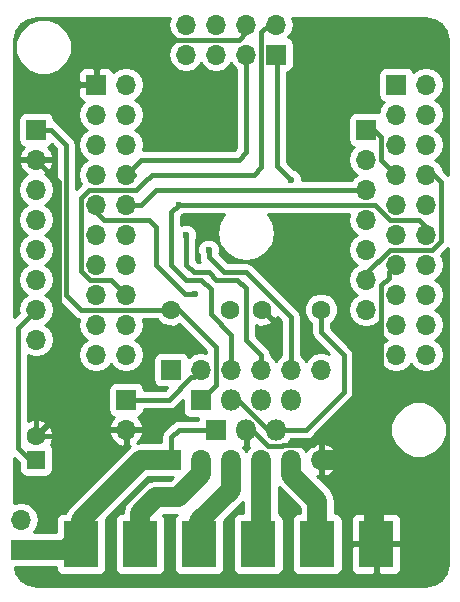
<source format=gtl>
G04 #@! TF.FileFunction,Copper,L1,Top,Signal*
%FSLAX46Y46*%
G04 Gerber Fmt 4.6, Leading zero omitted, Abs format (unit mm)*
G04 Created by KiCad (PCBNEW 4.0.7) date 06/11/20 10:54:36*
%MOMM*%
%LPD*%
G01*
G04 APERTURE LIST*
%ADD10C,0.100000*%
%ADD11C,1.600000*%
%ADD12R,1.700000X1.700000*%
%ADD13O,1.700000X1.700000*%
%ADD14R,3.000000X4.000000*%
%ADD15R,1.800000X1.800000*%
%ADD16O,1.800000X1.800000*%
%ADD17R,1.600000X1.600000*%
%ADD18C,0.600000*%
%ADD19C,1.700000*%
%ADD20C,0.400000*%
%ADD21C,0.250000*%
%ADD22C,0.254000*%
G04 APERTURE END LIST*
D10*
D11*
X90170000Y-68580000D03*
X95170000Y-68580000D03*
X102870000Y-68580000D03*
X97870000Y-68580000D03*
D12*
X99060000Y-46990000D03*
D13*
X99060000Y-44450000D03*
X96520000Y-46990000D03*
X96520000Y-44450000D03*
X93980000Y-46990000D03*
X93980000Y-44450000D03*
X91440000Y-46990000D03*
X91440000Y-44450000D03*
D12*
X78740000Y-53340000D03*
D13*
X78740000Y-55880000D03*
X78740000Y-58420000D03*
X78740000Y-60960000D03*
X78740000Y-63500000D03*
X78740000Y-66040000D03*
X78740000Y-68580000D03*
X78740000Y-71120000D03*
D12*
X106680000Y-53340000D03*
D13*
X106680000Y-55880000D03*
X106680000Y-58420000D03*
X106680000Y-60960000D03*
X106680000Y-63500000D03*
X106680000Y-66040000D03*
X106680000Y-68580000D03*
D12*
X90170000Y-81280000D03*
D13*
X92710000Y-81280000D03*
X95250000Y-81280000D03*
X97790000Y-81280000D03*
X100330000Y-81280000D03*
X102870000Y-81280000D03*
D12*
X90170000Y-73660000D03*
D13*
X92710000Y-73660000D03*
X95250000Y-73660000D03*
X97790000Y-73660000D03*
X100330000Y-73660000D03*
X102870000Y-73660000D03*
D12*
X83820000Y-49530000D03*
D13*
X86360000Y-49530000D03*
X83820000Y-52070000D03*
X86360000Y-52070000D03*
X83820000Y-54610000D03*
X86360000Y-54610000D03*
X83820000Y-57150000D03*
X86360000Y-57150000D03*
X83820000Y-59690000D03*
X86360000Y-59690000D03*
X83820000Y-62230000D03*
X86360000Y-62230000D03*
X83820000Y-64770000D03*
X86360000Y-64770000D03*
X83820000Y-67310000D03*
X86360000Y-67310000D03*
X83820000Y-69850000D03*
X86360000Y-69850000D03*
X83820000Y-72390000D03*
X86360000Y-72390000D03*
D12*
X109220000Y-49530000D03*
D13*
X111760000Y-49530000D03*
X109220000Y-52070000D03*
X111760000Y-52070000D03*
X109220000Y-54610000D03*
X111760000Y-54610000D03*
X109220000Y-57150000D03*
X111760000Y-57150000D03*
X109220000Y-59690000D03*
X111760000Y-59690000D03*
X109220000Y-62230000D03*
X111760000Y-62230000D03*
X109220000Y-64770000D03*
X111760000Y-64770000D03*
X109220000Y-67310000D03*
X111760000Y-67310000D03*
X109220000Y-69850000D03*
X111760000Y-69850000D03*
X109220000Y-72390000D03*
X111760000Y-72390000D03*
D14*
X82550000Y-88430000D03*
X87550000Y-88430000D03*
X92550000Y-88430000D03*
X97550000Y-88430000D03*
X102550000Y-88430000D03*
X107550000Y-88430000D03*
D12*
X77470000Y-88900000D03*
D13*
X77470000Y-86360000D03*
D15*
X92710000Y-76200000D03*
D16*
X95250000Y-76200000D03*
X97790000Y-76200000D03*
X100330000Y-76200000D03*
D15*
X93980000Y-78740000D03*
D16*
X96520000Y-78740000D03*
X99060000Y-78740000D03*
D17*
X78740000Y-81280000D03*
D11*
X78740000Y-79280000D03*
D12*
X86360000Y-76200000D03*
D13*
X86360000Y-78740000D03*
D18*
X110490000Y-45720000D03*
X107950000Y-45720000D03*
X105410000Y-45720000D03*
X80645000Y-84455000D03*
X81280000Y-83820000D03*
X78740000Y-74295000D03*
X78740000Y-75565000D03*
X100330000Y-57577400D03*
X90805000Y-59690000D03*
X91440000Y-62230000D03*
X93345000Y-63500000D03*
X92182300Y-67261100D03*
D19*
X90170000Y-81280000D02*
X87630000Y-81280000D01*
X87630000Y-81280000D02*
X82550000Y-86360000D01*
X82550000Y-86360000D02*
X82550000Y-87630000D01*
D20*
X90170000Y-79375000D02*
X90170000Y-81280000D01*
X90805000Y-78740000D02*
X90170000Y-79375000D01*
X93980000Y-78740000D02*
X90805000Y-78740000D01*
D19*
X81280000Y-88900000D02*
X77470000Y-88900000D01*
X82550000Y-87630000D02*
X81280000Y-88900000D01*
D20*
X80010000Y-53340000D02*
X78740000Y-53340000D01*
X81280000Y-54610000D02*
X80010000Y-53340000D01*
X81280000Y-67310000D02*
X81280000Y-54610000D01*
X82550000Y-68580000D02*
X81280000Y-67310000D01*
X90170000Y-68580000D02*
X82550000Y-68580000D01*
X93980000Y-74930000D02*
X92710000Y-76200000D01*
X93980000Y-71755000D02*
X93980000Y-74930000D01*
X90805000Y-68580000D02*
X93980000Y-71755000D01*
X90170000Y-68580000D02*
X90805000Y-68580000D01*
X105410000Y-45720000D02*
X107950000Y-45720000D01*
X83820000Y-49530000D02*
X83820000Y-48260000D01*
X95885000Y-45720000D02*
X96520000Y-45085000D01*
X86360000Y-45720000D02*
X95885000Y-45720000D01*
X83820000Y-48260000D02*
X86360000Y-45720000D01*
X96520000Y-45085000D02*
X96520000Y-44450000D01*
X81280000Y-79375000D02*
X81280000Y-83820000D01*
X81185000Y-79280000D02*
X81280000Y-79375000D01*
X78740000Y-79280000D02*
X81185000Y-79280000D01*
X78740000Y-79280000D02*
X78740000Y-75565000D01*
X96520000Y-45085000D02*
X96520000Y-44450000D01*
D19*
X107315000Y-87395000D02*
X107550000Y-87630000D01*
X107315000Y-83820000D02*
X107315000Y-87395000D01*
X104775000Y-81280000D02*
X107315000Y-83820000D01*
X102870000Y-81280000D02*
X104775000Y-81280000D01*
D20*
X80645000Y-72390000D02*
X78740000Y-74295000D01*
X80645000Y-57785000D02*
X80645000Y-72390000D01*
X78740000Y-55880000D02*
X80645000Y-57785000D01*
X102858000Y-81280000D02*
X102870000Y-81280000D01*
X102858000Y-80654700D02*
X102858000Y-81280000D01*
X108585000Y-65405000D02*
X109220000Y-64770000D01*
X108585000Y-65903400D02*
X108585000Y-65405000D01*
X107950000Y-66538000D02*
X108585000Y-65903400D01*
X107950000Y-74285300D02*
X107950000Y-66538000D01*
X102220000Y-80016200D02*
X107950000Y-74285300D01*
X99622900Y-80016200D02*
X102220000Y-80016200D01*
X99547800Y-80091300D02*
X99622900Y-80016200D01*
X98369700Y-80091300D02*
X99547800Y-80091300D01*
X97018400Y-78740000D02*
X98369700Y-80091300D01*
X96520000Y-78740000D02*
X97018400Y-78740000D01*
X86360000Y-67310000D02*
X85090000Y-66040000D01*
X83278400Y-66040000D02*
X83298100Y-66059700D01*
X85090000Y-66040000D02*
X83278400Y-66040000D01*
X97155000Y-57150000D02*
X88520000Y-57150000D01*
X83298100Y-66059700D02*
X82556700Y-65318300D01*
X82556700Y-65318300D02*
X82556700Y-59139000D01*
X82556700Y-59139000D02*
X83256100Y-58439600D01*
X83256100Y-58439600D02*
X87230400Y-58439600D01*
X87230400Y-58439600D02*
X87885000Y-57785000D01*
X97809600Y-47625000D02*
X97809600Y-45065400D01*
X97809600Y-45065400D02*
X98425000Y-44450000D01*
X97809600Y-56495400D02*
X97155000Y-57150000D01*
X97809600Y-47625000D02*
X97809600Y-56495400D01*
X88520000Y-57150000D02*
X87885000Y-57785000D01*
X99060000Y-44450000D02*
X98425000Y-44450000D01*
X78232000Y-81280000D02*
X78740000Y-81280000D01*
X77216000Y-80264000D02*
X78232000Y-81280000D01*
X77216000Y-70104000D02*
X77216000Y-80264000D01*
X78740000Y-68580000D02*
X77216000Y-70104000D01*
X101600000Y-78740000D02*
X99060000Y-78740000D01*
X104775000Y-75565000D02*
X101600000Y-78740000D01*
X104775000Y-72390000D02*
X104775000Y-75565000D01*
X102870000Y-70485000D02*
X104775000Y-72390000D01*
X102870000Y-68580000D02*
X102870000Y-70485000D01*
X98359100Y-78740000D02*
X99060000Y-78740000D01*
X95819100Y-76200000D02*
X98359100Y-78740000D01*
X95250000Y-76200000D02*
X95819100Y-76200000D01*
X88880300Y-58420000D02*
X106680000Y-58420000D01*
X87610300Y-59690000D02*
X88880300Y-58420000D01*
X86360000Y-59690000D02*
X87610300Y-59690000D01*
X86360000Y-57150000D02*
X87630000Y-55880000D01*
X96520000Y-55245000D02*
X96520000Y-46990000D01*
X95885000Y-55880000D02*
X96520000Y-55245000D01*
X87630000Y-55880000D02*
X95885000Y-55880000D01*
X86995000Y-57150000D02*
X86677500Y-57150000D01*
X86677500Y-57150000D02*
X86360000Y-57150000D01*
X99163800Y-56411200D02*
X99163800Y-47093800D01*
X100330000Y-57577400D02*
X99163800Y-56411200D01*
X99163800Y-47093800D02*
X99060000Y-46990000D01*
X107315000Y-53340000D02*
X106680000Y-53340000D01*
X107950000Y-53975000D02*
X107315000Y-53340000D01*
X107950000Y-55880000D02*
X107950000Y-53975000D01*
X109220000Y-57150000D02*
X107950000Y-55880000D01*
X109220000Y-56515000D02*
X109220000Y-57150000D01*
X95250000Y-70718800D02*
X95250000Y-73660000D01*
X93517000Y-68985800D02*
X95250000Y-70718800D01*
X93517000Y-66847000D02*
X93517000Y-68985800D01*
X92710000Y-66040000D02*
X93517000Y-66847000D01*
X91440000Y-66040000D02*
X92710000Y-66040000D01*
X90170000Y-64770000D02*
X91440000Y-66040000D01*
X90170000Y-60325000D02*
X90170000Y-64770000D01*
X90805000Y-59690000D02*
X90170000Y-60325000D01*
X107414000Y-59690000D02*
X90805000Y-59690000D01*
X108684000Y-60960000D02*
X107414000Y-59690000D01*
X111125000Y-60960000D02*
X108684000Y-60960000D01*
X111760000Y-61595000D02*
X111125000Y-60960000D01*
X111760000Y-62230000D02*
X111760000Y-61595000D01*
X97790000Y-72409700D02*
X97790000Y-73660000D01*
X96520000Y-71139700D02*
X97790000Y-72409700D01*
X96520000Y-66769100D02*
X96520000Y-71139700D01*
X95790900Y-66040000D02*
X96520000Y-66769100D01*
X93980000Y-66040000D02*
X95790900Y-66040000D01*
X93345000Y-65405000D02*
X93980000Y-66040000D01*
X92075000Y-65405000D02*
X93345000Y-65405000D01*
X91440000Y-64770000D02*
X92075000Y-65405000D01*
X91440000Y-62230000D02*
X91440000Y-64770000D01*
X100330000Y-69215000D02*
X100330000Y-73660000D01*
X96520000Y-65405000D02*
X100330000Y-69215000D01*
X94615000Y-65405000D02*
X96520000Y-65405000D01*
X93345000Y-64135000D02*
X94615000Y-65405000D01*
X93345000Y-63500000D02*
X93345000Y-64135000D01*
X112395000Y-57150000D02*
X111760000Y-57150000D01*
X113030000Y-57785000D02*
X112395000Y-57150000D01*
X113030000Y-62748000D02*
X113030000Y-57785000D01*
X112278000Y-63500000D02*
X113030000Y-62748000D01*
X108689000Y-63500000D02*
X112278000Y-63500000D01*
X106680000Y-65509000D02*
X108689000Y-63500000D01*
X106680000Y-65509000D02*
X106680000Y-66040000D01*
X91391100Y-67261100D02*
X92182300Y-67261100D01*
X88900000Y-64770000D02*
X91391100Y-67261100D01*
X88900000Y-61595000D02*
X88900000Y-64770000D01*
X88265000Y-60960000D02*
X88900000Y-61595000D01*
X84455000Y-60960000D02*
X88265000Y-60960000D01*
X83820000Y-60325000D02*
X84455000Y-60960000D01*
X83820000Y-59690000D02*
X83820000Y-60325000D01*
D19*
X87550000Y-85805000D02*
X87550000Y-87630000D01*
X88900000Y-84455000D02*
X87550000Y-85805000D01*
X90725000Y-84455000D02*
X88900000Y-84455000D01*
X92710000Y-82470000D02*
X90725000Y-84455000D01*
X92710000Y-81280000D02*
X92710000Y-82470000D01*
X95250000Y-83820000D02*
X95250000Y-81280000D01*
X92550000Y-86520000D02*
X95250000Y-83820000D01*
X92550000Y-87630000D02*
X92550000Y-86520000D01*
X97790000Y-81280000D02*
X97790000Y-87390000D01*
D21*
X97550000Y-87630000D02*
X97790000Y-87390000D01*
D19*
X97790000Y-87390000D02*
X97550000Y-87630000D01*
X102550000Y-84770000D02*
X102550000Y-87630000D01*
X100330000Y-82550000D02*
X102550000Y-84770000D01*
X100330000Y-81280000D02*
X100330000Y-82550000D01*
D20*
X92075000Y-74295000D02*
X92710000Y-73660000D01*
X91891900Y-74295000D02*
X92075000Y-74295000D01*
X89986900Y-76200000D02*
X91891900Y-74295000D01*
X86360000Y-76200000D02*
X89986900Y-76200000D01*
D22*
G36*
X94269822Y-61167300D02*
X94088275Y-62080000D01*
X94269822Y-62992700D01*
X94786825Y-63766450D01*
X95560575Y-64283453D01*
X96473275Y-64465000D01*
X96566725Y-64465000D01*
X97479425Y-64283453D01*
X98253175Y-63766450D01*
X98770178Y-62992700D01*
X98951725Y-62080000D01*
X98770178Y-61167300D01*
X98341007Y-60525000D01*
X105252434Y-60525000D01*
X105165907Y-60960000D01*
X105278946Y-61528285D01*
X105600853Y-62010054D01*
X105930026Y-62230000D01*
X105600853Y-62449946D01*
X105278946Y-62931715D01*
X105165907Y-63500000D01*
X105278946Y-64068285D01*
X105600853Y-64550054D01*
X105930026Y-64770000D01*
X105600853Y-64989946D01*
X105278946Y-65471715D01*
X105165907Y-66040000D01*
X105278946Y-66608285D01*
X105600853Y-67090054D01*
X105930026Y-67310000D01*
X105600853Y-67529946D01*
X105278946Y-68011715D01*
X105165907Y-68580000D01*
X105278946Y-69148285D01*
X105600853Y-69630054D01*
X106082622Y-69951961D01*
X106650907Y-70065000D01*
X106709093Y-70065000D01*
X107277378Y-69951961D01*
X107748202Y-69637367D01*
X107705907Y-69850000D01*
X107818946Y-70418285D01*
X108140853Y-70900054D01*
X108470026Y-71120000D01*
X108140853Y-71339946D01*
X107818946Y-71821715D01*
X107705907Y-72390000D01*
X107818946Y-72958285D01*
X108140853Y-73440054D01*
X108622622Y-73761961D01*
X109190907Y-73875000D01*
X109249093Y-73875000D01*
X109817378Y-73761961D01*
X110299147Y-73440054D01*
X110490000Y-73154422D01*
X110680853Y-73440054D01*
X111162622Y-73761961D01*
X111730907Y-73875000D01*
X111789093Y-73875000D01*
X112357378Y-73761961D01*
X112839147Y-73440054D01*
X113161054Y-72958285D01*
X113274093Y-72390000D01*
X113161054Y-71821715D01*
X112839147Y-71339946D01*
X112509974Y-71120000D01*
X112839147Y-70900054D01*
X113161054Y-70418285D01*
X113274093Y-69850000D01*
X113161054Y-69281715D01*
X112839147Y-68799946D01*
X112509974Y-68580000D01*
X112839147Y-68360054D01*
X113161054Y-67878285D01*
X113274093Y-67310000D01*
X113161054Y-66741715D01*
X112839147Y-66259946D01*
X112509974Y-66040000D01*
X112839147Y-65820054D01*
X113161054Y-65338285D01*
X113274093Y-64770000D01*
X113161054Y-64201715D01*
X112999274Y-63959594D01*
X113590000Y-63368868D01*
X113590000Y-90100069D01*
X113437848Y-90864989D01*
X113044170Y-91454170D01*
X112454989Y-91847848D01*
X111690069Y-92000000D01*
X78809931Y-92000000D01*
X78045011Y-91847848D01*
X77455830Y-91454170D01*
X77062152Y-90864989D01*
X76969151Y-90397440D01*
X78320000Y-90397440D01*
X78386113Y-90385000D01*
X80402560Y-90385000D01*
X80402560Y-90430000D01*
X80446838Y-90665317D01*
X80585910Y-90881441D01*
X80798110Y-91026431D01*
X81050000Y-91077440D01*
X84050000Y-91077440D01*
X84285317Y-91033162D01*
X84501441Y-90894090D01*
X84646431Y-90681890D01*
X84697440Y-90430000D01*
X84697440Y-86430000D01*
X84678859Y-86331249D01*
X88245107Y-82765000D01*
X89258569Y-82765000D01*
X89320000Y-82777440D01*
X90302452Y-82777440D01*
X90109892Y-82970000D01*
X88900000Y-82970000D01*
X88331715Y-83083039D01*
X87849946Y-83404946D01*
X87849944Y-83404949D01*
X86499946Y-84754946D01*
X86178039Y-85236715D01*
X86069463Y-85782560D01*
X86050000Y-85782560D01*
X85814683Y-85826838D01*
X85598559Y-85965910D01*
X85453569Y-86178110D01*
X85402560Y-86430000D01*
X85402560Y-90430000D01*
X85446838Y-90665317D01*
X85585910Y-90881441D01*
X85798110Y-91026431D01*
X86050000Y-91077440D01*
X89050000Y-91077440D01*
X89285317Y-91033162D01*
X89501441Y-90894090D01*
X89646431Y-90681890D01*
X89697440Y-90430000D01*
X89697440Y-86430000D01*
X89653162Y-86194683D01*
X89514090Y-85978559D01*
X89491787Y-85963320D01*
X89515107Y-85940000D01*
X90638824Y-85940000D01*
X90598559Y-85965910D01*
X90453569Y-86178110D01*
X90402560Y-86430000D01*
X90402560Y-90430000D01*
X90446838Y-90665317D01*
X90585910Y-90881441D01*
X90798110Y-91026431D01*
X91050000Y-91077440D01*
X94050000Y-91077440D01*
X94285317Y-91033162D01*
X94501441Y-90894090D01*
X94646431Y-90681890D01*
X94697440Y-90430000D01*
X94697440Y-86472668D01*
X96300051Y-84870056D01*
X96300054Y-84870054D01*
X96305000Y-84862652D01*
X96305000Y-85782560D01*
X96050000Y-85782560D01*
X95814683Y-85826838D01*
X95598559Y-85965910D01*
X95453569Y-86178110D01*
X95402560Y-86430000D01*
X95402560Y-90430000D01*
X95446838Y-90665317D01*
X95585910Y-90881441D01*
X95798110Y-91026431D01*
X96050000Y-91077440D01*
X99050000Y-91077440D01*
X99285317Y-91033162D01*
X99501441Y-90894090D01*
X99646431Y-90681890D01*
X99697440Y-90430000D01*
X99697440Y-86430000D01*
X99653162Y-86194683D01*
X99514090Y-85978559D01*
X99301890Y-85833569D01*
X99275000Y-85828124D01*
X99275000Y-83592652D01*
X99279946Y-83600054D01*
X101065000Y-85385107D01*
X101065000Y-85782560D01*
X101050000Y-85782560D01*
X100814683Y-85826838D01*
X100598559Y-85965910D01*
X100453569Y-86178110D01*
X100402560Y-86430000D01*
X100402560Y-90430000D01*
X100446838Y-90665317D01*
X100585910Y-90881441D01*
X100798110Y-91026431D01*
X101050000Y-91077440D01*
X104050000Y-91077440D01*
X104285317Y-91033162D01*
X104501441Y-90894090D01*
X104646431Y-90681890D01*
X104697440Y-90430000D01*
X104697440Y-88715750D01*
X105415000Y-88715750D01*
X105415000Y-90556310D01*
X105511673Y-90789699D01*
X105690302Y-90968327D01*
X105923691Y-91065000D01*
X107264250Y-91065000D01*
X107423000Y-90906250D01*
X107423000Y-88557000D01*
X107677000Y-88557000D01*
X107677000Y-90906250D01*
X107835750Y-91065000D01*
X109176309Y-91065000D01*
X109409698Y-90968327D01*
X109588327Y-90789699D01*
X109685000Y-90556310D01*
X109685000Y-88715750D01*
X109526250Y-88557000D01*
X107677000Y-88557000D01*
X107423000Y-88557000D01*
X105573750Y-88557000D01*
X105415000Y-88715750D01*
X104697440Y-88715750D01*
X104697440Y-86430000D01*
X104673674Y-86303690D01*
X105415000Y-86303690D01*
X105415000Y-88144250D01*
X105573750Y-88303000D01*
X107423000Y-88303000D01*
X107423000Y-85953750D01*
X107677000Y-85953750D01*
X107677000Y-88303000D01*
X109526250Y-88303000D01*
X109685000Y-88144250D01*
X109685000Y-86303690D01*
X109588327Y-86070301D01*
X109409698Y-85891673D01*
X109176309Y-85795000D01*
X107835750Y-85795000D01*
X107677000Y-85953750D01*
X107423000Y-85953750D01*
X107264250Y-85795000D01*
X105923691Y-85795000D01*
X105690302Y-85891673D01*
X105511673Y-86070301D01*
X105415000Y-86303690D01*
X104673674Y-86303690D01*
X104653162Y-86194683D01*
X104514090Y-85978559D01*
X104301890Y-85833569D01*
X104050000Y-85782560D01*
X104035000Y-85782560D01*
X104035000Y-84770005D01*
X104035001Y-84770000D01*
X103921961Y-84201715D01*
X103810566Y-84035000D01*
X103600054Y-83719946D01*
X103600051Y-83719944D01*
X102571022Y-82690914D01*
X102743000Y-82600155D01*
X102743000Y-81407000D01*
X102997000Y-81407000D01*
X102997000Y-82600155D01*
X103226890Y-82721476D01*
X103636924Y-82551645D01*
X104065183Y-82161358D01*
X104311486Y-81636892D01*
X104190819Y-81407000D01*
X102997000Y-81407000D01*
X102743000Y-81407000D01*
X102723000Y-81407000D01*
X102723000Y-81153000D01*
X102743000Y-81153000D01*
X102743000Y-79959845D01*
X102997000Y-79959845D01*
X102997000Y-81153000D01*
X104190819Y-81153000D01*
X104311486Y-80923108D01*
X104065183Y-80398642D01*
X103636924Y-80008355D01*
X103226890Y-79838524D01*
X102997000Y-79959845D01*
X102743000Y-79959845D01*
X102513110Y-79838524D01*
X102103076Y-80008355D01*
X101674817Y-80398642D01*
X101607702Y-80541553D01*
X101380054Y-80200853D01*
X100898285Y-79878946D01*
X100330000Y-79765907D01*
X100197648Y-79792233D01*
X100342799Y-79575000D01*
X101600000Y-79575000D01*
X101919541Y-79511439D01*
X102190434Y-79330434D01*
X102308543Y-79212325D01*
X108739587Y-79212325D01*
X109101916Y-80089229D01*
X109772242Y-80760726D01*
X110648513Y-81124585D01*
X111597325Y-81125413D01*
X112474229Y-80763084D01*
X113145726Y-80092758D01*
X113509585Y-79216487D01*
X113510413Y-78267675D01*
X113148084Y-77390771D01*
X112477758Y-76719274D01*
X111601487Y-76355415D01*
X110652675Y-76354587D01*
X109775771Y-76716916D01*
X109104274Y-77387242D01*
X108740415Y-78263513D01*
X108739587Y-79212325D01*
X102308543Y-79212325D01*
X105365434Y-76155434D01*
X105546439Y-75884541D01*
X105610000Y-75565000D01*
X105610000Y-72390000D01*
X105546439Y-72070459D01*
X105365434Y-71799566D01*
X103705000Y-70139132D01*
X103705000Y-69774083D01*
X104085824Y-69393923D01*
X104304750Y-68866691D01*
X104305248Y-68295813D01*
X104087243Y-67768200D01*
X103683923Y-67364176D01*
X103156691Y-67145250D01*
X102585813Y-67144752D01*
X102058200Y-67362757D01*
X101654176Y-67766077D01*
X101435250Y-68293309D01*
X101434752Y-68864187D01*
X101652757Y-69391800D01*
X102035000Y-69774710D01*
X102035000Y-70485000D01*
X102098561Y-70804541D01*
X102241216Y-71018039D01*
X102279566Y-71075434D01*
X103513003Y-72308871D01*
X103438285Y-72258946D01*
X102870000Y-72145907D01*
X102301715Y-72258946D01*
X101819946Y-72580853D01*
X101600000Y-72910026D01*
X101380054Y-72580853D01*
X101165000Y-72437159D01*
X101165000Y-69215000D01*
X101156135Y-69170434D01*
X101101440Y-68895460D01*
X100920434Y-68624566D01*
X97110434Y-64814566D01*
X96980678Y-64727866D01*
X96839541Y-64633561D01*
X96520000Y-64570000D01*
X94960868Y-64570000D01*
X94220520Y-63829652D01*
X94279838Y-63686799D01*
X94280162Y-63314833D01*
X94138117Y-62971057D01*
X93875327Y-62707808D01*
X93531799Y-62565162D01*
X93159833Y-62564838D01*
X92816057Y-62706883D01*
X92552808Y-62969673D01*
X92410162Y-63313201D01*
X92409838Y-63685167D01*
X92510000Y-63927578D01*
X92510000Y-64135000D01*
X92573561Y-64454541D01*
X92650708Y-64570000D01*
X92420868Y-64570000D01*
X92275000Y-64424132D01*
X92275000Y-62657234D01*
X92374838Y-62416799D01*
X92375162Y-62044833D01*
X92233117Y-61701057D01*
X91970327Y-61437808D01*
X91626799Y-61295162D01*
X91254833Y-61294838D01*
X91005000Y-61398067D01*
X91005000Y-60670868D01*
X91093333Y-60582535D01*
X91232578Y-60525000D01*
X94698993Y-60525000D01*
X94269822Y-61167300D01*
X94269822Y-61167300D01*
G37*
X94269822Y-61167300D02*
X94088275Y-62080000D01*
X94269822Y-62992700D01*
X94786825Y-63766450D01*
X95560575Y-64283453D01*
X96473275Y-64465000D01*
X96566725Y-64465000D01*
X97479425Y-64283453D01*
X98253175Y-63766450D01*
X98770178Y-62992700D01*
X98951725Y-62080000D01*
X98770178Y-61167300D01*
X98341007Y-60525000D01*
X105252434Y-60525000D01*
X105165907Y-60960000D01*
X105278946Y-61528285D01*
X105600853Y-62010054D01*
X105930026Y-62230000D01*
X105600853Y-62449946D01*
X105278946Y-62931715D01*
X105165907Y-63500000D01*
X105278946Y-64068285D01*
X105600853Y-64550054D01*
X105930026Y-64770000D01*
X105600853Y-64989946D01*
X105278946Y-65471715D01*
X105165907Y-66040000D01*
X105278946Y-66608285D01*
X105600853Y-67090054D01*
X105930026Y-67310000D01*
X105600853Y-67529946D01*
X105278946Y-68011715D01*
X105165907Y-68580000D01*
X105278946Y-69148285D01*
X105600853Y-69630054D01*
X106082622Y-69951961D01*
X106650907Y-70065000D01*
X106709093Y-70065000D01*
X107277378Y-69951961D01*
X107748202Y-69637367D01*
X107705907Y-69850000D01*
X107818946Y-70418285D01*
X108140853Y-70900054D01*
X108470026Y-71120000D01*
X108140853Y-71339946D01*
X107818946Y-71821715D01*
X107705907Y-72390000D01*
X107818946Y-72958285D01*
X108140853Y-73440054D01*
X108622622Y-73761961D01*
X109190907Y-73875000D01*
X109249093Y-73875000D01*
X109817378Y-73761961D01*
X110299147Y-73440054D01*
X110490000Y-73154422D01*
X110680853Y-73440054D01*
X111162622Y-73761961D01*
X111730907Y-73875000D01*
X111789093Y-73875000D01*
X112357378Y-73761961D01*
X112839147Y-73440054D01*
X113161054Y-72958285D01*
X113274093Y-72390000D01*
X113161054Y-71821715D01*
X112839147Y-71339946D01*
X112509974Y-71120000D01*
X112839147Y-70900054D01*
X113161054Y-70418285D01*
X113274093Y-69850000D01*
X113161054Y-69281715D01*
X112839147Y-68799946D01*
X112509974Y-68580000D01*
X112839147Y-68360054D01*
X113161054Y-67878285D01*
X113274093Y-67310000D01*
X113161054Y-66741715D01*
X112839147Y-66259946D01*
X112509974Y-66040000D01*
X112839147Y-65820054D01*
X113161054Y-65338285D01*
X113274093Y-64770000D01*
X113161054Y-64201715D01*
X112999274Y-63959594D01*
X113590000Y-63368868D01*
X113590000Y-90100069D01*
X113437848Y-90864989D01*
X113044170Y-91454170D01*
X112454989Y-91847848D01*
X111690069Y-92000000D01*
X78809931Y-92000000D01*
X78045011Y-91847848D01*
X77455830Y-91454170D01*
X77062152Y-90864989D01*
X76969151Y-90397440D01*
X78320000Y-90397440D01*
X78386113Y-90385000D01*
X80402560Y-90385000D01*
X80402560Y-90430000D01*
X80446838Y-90665317D01*
X80585910Y-90881441D01*
X80798110Y-91026431D01*
X81050000Y-91077440D01*
X84050000Y-91077440D01*
X84285317Y-91033162D01*
X84501441Y-90894090D01*
X84646431Y-90681890D01*
X84697440Y-90430000D01*
X84697440Y-86430000D01*
X84678859Y-86331249D01*
X88245107Y-82765000D01*
X89258569Y-82765000D01*
X89320000Y-82777440D01*
X90302452Y-82777440D01*
X90109892Y-82970000D01*
X88900000Y-82970000D01*
X88331715Y-83083039D01*
X87849946Y-83404946D01*
X87849944Y-83404949D01*
X86499946Y-84754946D01*
X86178039Y-85236715D01*
X86069463Y-85782560D01*
X86050000Y-85782560D01*
X85814683Y-85826838D01*
X85598559Y-85965910D01*
X85453569Y-86178110D01*
X85402560Y-86430000D01*
X85402560Y-90430000D01*
X85446838Y-90665317D01*
X85585910Y-90881441D01*
X85798110Y-91026431D01*
X86050000Y-91077440D01*
X89050000Y-91077440D01*
X89285317Y-91033162D01*
X89501441Y-90894090D01*
X89646431Y-90681890D01*
X89697440Y-90430000D01*
X89697440Y-86430000D01*
X89653162Y-86194683D01*
X89514090Y-85978559D01*
X89491787Y-85963320D01*
X89515107Y-85940000D01*
X90638824Y-85940000D01*
X90598559Y-85965910D01*
X90453569Y-86178110D01*
X90402560Y-86430000D01*
X90402560Y-90430000D01*
X90446838Y-90665317D01*
X90585910Y-90881441D01*
X90798110Y-91026431D01*
X91050000Y-91077440D01*
X94050000Y-91077440D01*
X94285317Y-91033162D01*
X94501441Y-90894090D01*
X94646431Y-90681890D01*
X94697440Y-90430000D01*
X94697440Y-86472668D01*
X96300051Y-84870056D01*
X96300054Y-84870054D01*
X96305000Y-84862652D01*
X96305000Y-85782560D01*
X96050000Y-85782560D01*
X95814683Y-85826838D01*
X95598559Y-85965910D01*
X95453569Y-86178110D01*
X95402560Y-86430000D01*
X95402560Y-90430000D01*
X95446838Y-90665317D01*
X95585910Y-90881441D01*
X95798110Y-91026431D01*
X96050000Y-91077440D01*
X99050000Y-91077440D01*
X99285317Y-91033162D01*
X99501441Y-90894090D01*
X99646431Y-90681890D01*
X99697440Y-90430000D01*
X99697440Y-86430000D01*
X99653162Y-86194683D01*
X99514090Y-85978559D01*
X99301890Y-85833569D01*
X99275000Y-85828124D01*
X99275000Y-83592652D01*
X99279946Y-83600054D01*
X101065000Y-85385107D01*
X101065000Y-85782560D01*
X101050000Y-85782560D01*
X100814683Y-85826838D01*
X100598559Y-85965910D01*
X100453569Y-86178110D01*
X100402560Y-86430000D01*
X100402560Y-90430000D01*
X100446838Y-90665317D01*
X100585910Y-90881441D01*
X100798110Y-91026431D01*
X101050000Y-91077440D01*
X104050000Y-91077440D01*
X104285317Y-91033162D01*
X104501441Y-90894090D01*
X104646431Y-90681890D01*
X104697440Y-90430000D01*
X104697440Y-88715750D01*
X105415000Y-88715750D01*
X105415000Y-90556310D01*
X105511673Y-90789699D01*
X105690302Y-90968327D01*
X105923691Y-91065000D01*
X107264250Y-91065000D01*
X107423000Y-90906250D01*
X107423000Y-88557000D01*
X107677000Y-88557000D01*
X107677000Y-90906250D01*
X107835750Y-91065000D01*
X109176309Y-91065000D01*
X109409698Y-90968327D01*
X109588327Y-90789699D01*
X109685000Y-90556310D01*
X109685000Y-88715750D01*
X109526250Y-88557000D01*
X107677000Y-88557000D01*
X107423000Y-88557000D01*
X105573750Y-88557000D01*
X105415000Y-88715750D01*
X104697440Y-88715750D01*
X104697440Y-86430000D01*
X104673674Y-86303690D01*
X105415000Y-86303690D01*
X105415000Y-88144250D01*
X105573750Y-88303000D01*
X107423000Y-88303000D01*
X107423000Y-85953750D01*
X107677000Y-85953750D01*
X107677000Y-88303000D01*
X109526250Y-88303000D01*
X109685000Y-88144250D01*
X109685000Y-86303690D01*
X109588327Y-86070301D01*
X109409698Y-85891673D01*
X109176309Y-85795000D01*
X107835750Y-85795000D01*
X107677000Y-85953750D01*
X107423000Y-85953750D01*
X107264250Y-85795000D01*
X105923691Y-85795000D01*
X105690302Y-85891673D01*
X105511673Y-86070301D01*
X105415000Y-86303690D01*
X104673674Y-86303690D01*
X104653162Y-86194683D01*
X104514090Y-85978559D01*
X104301890Y-85833569D01*
X104050000Y-85782560D01*
X104035000Y-85782560D01*
X104035000Y-84770005D01*
X104035001Y-84770000D01*
X103921961Y-84201715D01*
X103810566Y-84035000D01*
X103600054Y-83719946D01*
X103600051Y-83719944D01*
X102571022Y-82690914D01*
X102743000Y-82600155D01*
X102743000Y-81407000D01*
X102997000Y-81407000D01*
X102997000Y-82600155D01*
X103226890Y-82721476D01*
X103636924Y-82551645D01*
X104065183Y-82161358D01*
X104311486Y-81636892D01*
X104190819Y-81407000D01*
X102997000Y-81407000D01*
X102743000Y-81407000D01*
X102723000Y-81407000D01*
X102723000Y-81153000D01*
X102743000Y-81153000D01*
X102743000Y-79959845D01*
X102997000Y-79959845D01*
X102997000Y-81153000D01*
X104190819Y-81153000D01*
X104311486Y-80923108D01*
X104065183Y-80398642D01*
X103636924Y-80008355D01*
X103226890Y-79838524D01*
X102997000Y-79959845D01*
X102743000Y-79959845D01*
X102513110Y-79838524D01*
X102103076Y-80008355D01*
X101674817Y-80398642D01*
X101607702Y-80541553D01*
X101380054Y-80200853D01*
X100898285Y-79878946D01*
X100330000Y-79765907D01*
X100197648Y-79792233D01*
X100342799Y-79575000D01*
X101600000Y-79575000D01*
X101919541Y-79511439D01*
X102190434Y-79330434D01*
X102308543Y-79212325D01*
X108739587Y-79212325D01*
X109101916Y-80089229D01*
X109772242Y-80760726D01*
X110648513Y-81124585D01*
X111597325Y-81125413D01*
X112474229Y-80763084D01*
X113145726Y-80092758D01*
X113509585Y-79216487D01*
X113510413Y-78267675D01*
X113148084Y-77390771D01*
X112477758Y-76719274D01*
X111601487Y-76355415D01*
X110652675Y-76354587D01*
X109775771Y-76716916D01*
X109104274Y-77387242D01*
X108740415Y-78263513D01*
X108739587Y-79212325D01*
X102308543Y-79212325D01*
X105365434Y-76155434D01*
X105546439Y-75884541D01*
X105610000Y-75565000D01*
X105610000Y-72390000D01*
X105546439Y-72070459D01*
X105365434Y-71799566D01*
X103705000Y-70139132D01*
X103705000Y-69774083D01*
X104085824Y-69393923D01*
X104304750Y-68866691D01*
X104305248Y-68295813D01*
X104087243Y-67768200D01*
X103683923Y-67364176D01*
X103156691Y-67145250D01*
X102585813Y-67144752D01*
X102058200Y-67362757D01*
X101654176Y-67766077D01*
X101435250Y-68293309D01*
X101434752Y-68864187D01*
X101652757Y-69391800D01*
X102035000Y-69774710D01*
X102035000Y-70485000D01*
X102098561Y-70804541D01*
X102241216Y-71018039D01*
X102279566Y-71075434D01*
X103513003Y-72308871D01*
X103438285Y-72258946D01*
X102870000Y-72145907D01*
X102301715Y-72258946D01*
X101819946Y-72580853D01*
X101600000Y-72910026D01*
X101380054Y-72580853D01*
X101165000Y-72437159D01*
X101165000Y-69215000D01*
X101156135Y-69170434D01*
X101101440Y-68895460D01*
X100920434Y-68624566D01*
X97110434Y-64814566D01*
X96980678Y-64727866D01*
X96839541Y-64633561D01*
X96520000Y-64570000D01*
X94960868Y-64570000D01*
X94220520Y-63829652D01*
X94279838Y-63686799D01*
X94280162Y-63314833D01*
X94138117Y-62971057D01*
X93875327Y-62707808D01*
X93531799Y-62565162D01*
X93159833Y-62564838D01*
X92816057Y-62706883D01*
X92552808Y-62969673D01*
X92410162Y-63313201D01*
X92409838Y-63685167D01*
X92510000Y-63927578D01*
X92510000Y-64135000D01*
X92573561Y-64454541D01*
X92650708Y-64570000D01*
X92420868Y-64570000D01*
X92275000Y-64424132D01*
X92275000Y-62657234D01*
X92374838Y-62416799D01*
X92375162Y-62044833D01*
X92233117Y-61701057D01*
X91970327Y-61437808D01*
X91626799Y-61295162D01*
X91254833Y-61294838D01*
X91005000Y-61398067D01*
X91005000Y-60670868D01*
X91093333Y-60582535D01*
X91232578Y-60525000D01*
X94698993Y-60525000D01*
X94269822Y-61167300D01*
G36*
X89955000Y-44420907D02*
X89955000Y-44479093D01*
X90068039Y-45047378D01*
X90389946Y-45529147D01*
X90675578Y-45720000D01*
X90389946Y-45910853D01*
X90068039Y-46392622D01*
X89955000Y-46960907D01*
X89955000Y-47019093D01*
X90068039Y-47587378D01*
X90389946Y-48069147D01*
X90871715Y-48391054D01*
X91440000Y-48504093D01*
X92008285Y-48391054D01*
X92490054Y-48069147D01*
X92710000Y-47739974D01*
X92929946Y-48069147D01*
X93411715Y-48391054D01*
X93980000Y-48504093D01*
X94548285Y-48391054D01*
X95030054Y-48069147D01*
X95250000Y-47739974D01*
X95469946Y-48069147D01*
X95685000Y-48212841D01*
X95685000Y-54899132D01*
X95539132Y-55045000D01*
X87787566Y-55045000D01*
X87874093Y-54610000D01*
X87761054Y-54041715D01*
X87439147Y-53559946D01*
X87109974Y-53340000D01*
X87439147Y-53120054D01*
X87761054Y-52638285D01*
X87874093Y-52070000D01*
X87761054Y-51501715D01*
X87439147Y-51019946D01*
X87109974Y-50800000D01*
X87439147Y-50580054D01*
X87761054Y-50098285D01*
X87874093Y-49530000D01*
X87761054Y-48961715D01*
X87439147Y-48479946D01*
X86957378Y-48158039D01*
X86389093Y-48045000D01*
X86330907Y-48045000D01*
X85762622Y-48158039D01*
X85280853Y-48479946D01*
X85276903Y-48485858D01*
X85208327Y-48320301D01*
X85029698Y-48141673D01*
X84796309Y-48045000D01*
X84105750Y-48045000D01*
X83947000Y-48203750D01*
X83947000Y-49403000D01*
X83967000Y-49403000D01*
X83967000Y-49657000D01*
X83947000Y-49657000D01*
X83947000Y-49677000D01*
X83693000Y-49677000D01*
X83693000Y-49657000D01*
X82493750Y-49657000D01*
X82335000Y-49815750D01*
X82335000Y-50506310D01*
X82431673Y-50739699D01*
X82610302Y-50918327D01*
X82784777Y-50990597D01*
X82740853Y-51019946D01*
X82418946Y-51501715D01*
X82305907Y-52070000D01*
X82418946Y-52638285D01*
X82740853Y-53120054D01*
X83070026Y-53340000D01*
X82740853Y-53559946D01*
X82418946Y-54041715D01*
X82305907Y-54610000D01*
X82418946Y-55178285D01*
X82740853Y-55660054D01*
X83070026Y-55880000D01*
X82740853Y-56099946D01*
X82418946Y-56581715D01*
X82305907Y-57150000D01*
X82418946Y-57718285D01*
X82570192Y-57944640D01*
X82115000Y-58399832D01*
X82115000Y-54610000D01*
X82051439Y-54290459D01*
X81870434Y-54019566D01*
X80600434Y-52749566D01*
X80433890Y-52638285D01*
X80329541Y-52568561D01*
X80237440Y-52550241D01*
X80237440Y-52490000D01*
X80193162Y-52254683D01*
X80054090Y-52038559D01*
X79841890Y-51893569D01*
X79590000Y-51842560D01*
X77890000Y-51842560D01*
X77654683Y-51886838D01*
X77438559Y-52025910D01*
X77293569Y-52238110D01*
X77242560Y-52490000D01*
X77242560Y-54190000D01*
X77286838Y-54425317D01*
X77425910Y-54641441D01*
X77638110Y-54786431D01*
X77746107Y-54808301D01*
X77468355Y-55113076D01*
X77298524Y-55523110D01*
X77419845Y-55753000D01*
X78613000Y-55753000D01*
X78613000Y-55733000D01*
X78867000Y-55733000D01*
X78867000Y-55753000D01*
X80060155Y-55753000D01*
X80181476Y-55523110D01*
X80011645Y-55113076D01*
X79735499Y-54810063D01*
X79825317Y-54793162D01*
X80041441Y-54654090D01*
X80082756Y-54593624D01*
X80445000Y-54955868D01*
X80445000Y-67310000D01*
X80508561Y-67629541D01*
X80656892Y-67851534D01*
X80689566Y-67900434D01*
X81959566Y-69170434D01*
X82230459Y-69351439D01*
X82398431Y-69384851D01*
X82305907Y-69850000D01*
X82418946Y-70418285D01*
X82740853Y-70900054D01*
X83070026Y-71120000D01*
X82740853Y-71339946D01*
X82418946Y-71821715D01*
X82305907Y-72390000D01*
X82418946Y-72958285D01*
X82740853Y-73440054D01*
X83222622Y-73761961D01*
X83790907Y-73875000D01*
X83849093Y-73875000D01*
X84417378Y-73761961D01*
X84899147Y-73440054D01*
X85090000Y-73154422D01*
X85280853Y-73440054D01*
X85762622Y-73761961D01*
X86330907Y-73875000D01*
X86389093Y-73875000D01*
X86957378Y-73761961D01*
X87439147Y-73440054D01*
X87761054Y-72958285D01*
X87874093Y-72390000D01*
X87761054Y-71821715D01*
X87439147Y-71339946D01*
X87109974Y-71120000D01*
X87439147Y-70900054D01*
X87761054Y-70418285D01*
X87874093Y-69850000D01*
X87787566Y-69415000D01*
X88975917Y-69415000D01*
X89356077Y-69795824D01*
X89883309Y-70014750D01*
X90454187Y-70015248D01*
X90882433Y-69838301D01*
X93145000Y-72100868D01*
X93145000Y-72232434D01*
X92710000Y-72145907D01*
X92141715Y-72258946D01*
X91659946Y-72580853D01*
X91632150Y-72622452D01*
X91623162Y-72574683D01*
X91484090Y-72358559D01*
X91271890Y-72213569D01*
X91020000Y-72162560D01*
X89320000Y-72162560D01*
X89084683Y-72206838D01*
X88868559Y-72345910D01*
X88723569Y-72558110D01*
X88672560Y-72810000D01*
X88672560Y-74510000D01*
X88716838Y-74745317D01*
X88855910Y-74961441D01*
X89068110Y-75106431D01*
X89320000Y-75157440D01*
X89848592Y-75157440D01*
X89641032Y-75365000D01*
X87857440Y-75365000D01*
X87857440Y-75350000D01*
X87813162Y-75114683D01*
X87674090Y-74898559D01*
X87461890Y-74753569D01*
X87210000Y-74702560D01*
X85510000Y-74702560D01*
X85274683Y-74746838D01*
X85058559Y-74885910D01*
X84913569Y-75098110D01*
X84862560Y-75350000D01*
X84862560Y-77050000D01*
X84906838Y-77285317D01*
X85045910Y-77501441D01*
X85258110Y-77646431D01*
X85372301Y-77669555D01*
X85164817Y-77858642D01*
X84918514Y-78383108D01*
X85039181Y-78613000D01*
X86233000Y-78613000D01*
X86233000Y-78593000D01*
X86487000Y-78593000D01*
X86487000Y-78613000D01*
X87680819Y-78613000D01*
X87801486Y-78383108D01*
X87555183Y-77858642D01*
X87349496Y-77671192D01*
X87445317Y-77653162D01*
X87661441Y-77514090D01*
X87806431Y-77301890D01*
X87857440Y-77050000D01*
X87857440Y-77035000D01*
X89986900Y-77035000D01*
X90306441Y-76971439D01*
X90577334Y-76790434D01*
X91162560Y-76205208D01*
X91162560Y-77100000D01*
X91206838Y-77335317D01*
X91345910Y-77551441D01*
X91558110Y-77696431D01*
X91810000Y-77747440D01*
X92451304Y-77747440D01*
X92432560Y-77840000D01*
X92432560Y-77905000D01*
X90805000Y-77905000D01*
X90485460Y-77968560D01*
X90214566Y-78149566D01*
X89579566Y-78784566D01*
X89398561Y-79055459D01*
X89335000Y-79375000D01*
X89335000Y-79782560D01*
X89320000Y-79782560D01*
X89253887Y-79795000D01*
X87630005Y-79795000D01*
X87630000Y-79794999D01*
X87290559Y-79862519D01*
X87555183Y-79621358D01*
X87801486Y-79096892D01*
X87680819Y-78867000D01*
X86487000Y-78867000D01*
X86487000Y-80060155D01*
X86680907Y-80162486D01*
X86579946Y-80229946D01*
X86579944Y-80229949D01*
X81499946Y-85309946D01*
X81184156Y-85782560D01*
X81050000Y-85782560D01*
X80814683Y-85826838D01*
X80598559Y-85965910D01*
X80453569Y-86178110D01*
X80402560Y-86430000D01*
X80402560Y-87415000D01*
X78536188Y-87415000D01*
X78841961Y-86957378D01*
X78955000Y-86389093D01*
X78955000Y-86330907D01*
X78841961Y-85762622D01*
X78520054Y-85280853D01*
X78038285Y-84958946D01*
X77470000Y-84845907D01*
X76910000Y-84957298D01*
X76910000Y-81138868D01*
X77292560Y-81521428D01*
X77292560Y-82080000D01*
X77336838Y-82315317D01*
X77475910Y-82531441D01*
X77688110Y-82676431D01*
X77940000Y-82727440D01*
X79540000Y-82727440D01*
X79775317Y-82683162D01*
X79991441Y-82544090D01*
X80136431Y-82331890D01*
X80187440Y-82080000D01*
X80187440Y-80480000D01*
X80143162Y-80244683D01*
X80004090Y-80028559D01*
X79997452Y-80024023D01*
X80186965Y-79496777D01*
X80167900Y-79096892D01*
X84918514Y-79096892D01*
X85164817Y-79621358D01*
X85593076Y-80011645D01*
X86003110Y-80181476D01*
X86233000Y-80060155D01*
X86233000Y-78867000D01*
X85039181Y-78867000D01*
X84918514Y-79096892D01*
X80167900Y-79096892D01*
X80159778Y-78926546D01*
X79993864Y-78525995D01*
X79747745Y-78451861D01*
X78919605Y-79280000D01*
X78933748Y-79294142D01*
X78754143Y-79473748D01*
X78740000Y-79459605D01*
X78725858Y-79473748D01*
X78546252Y-79294142D01*
X78560395Y-79280000D01*
X78546252Y-79265858D01*
X78725858Y-79086252D01*
X78740000Y-79100395D01*
X79568139Y-78272255D01*
X79494005Y-78026136D01*
X78956777Y-77833035D01*
X78386546Y-77860222D01*
X78051000Y-77999210D01*
X78051000Y-72430741D01*
X78142622Y-72491961D01*
X78710907Y-72605000D01*
X78769093Y-72605000D01*
X79337378Y-72491961D01*
X79819147Y-72170054D01*
X80141054Y-71688285D01*
X80254093Y-71120000D01*
X80141054Y-70551715D01*
X79819147Y-70069946D01*
X79489974Y-69850000D01*
X79819147Y-69630054D01*
X80141054Y-69148285D01*
X80254093Y-68580000D01*
X80141054Y-68011715D01*
X79819147Y-67529946D01*
X79489974Y-67310000D01*
X79819147Y-67090054D01*
X80141054Y-66608285D01*
X80254093Y-66040000D01*
X80141054Y-65471715D01*
X79819147Y-64989946D01*
X79489974Y-64770000D01*
X79819147Y-64550054D01*
X80141054Y-64068285D01*
X80254093Y-63500000D01*
X80141054Y-62931715D01*
X79819147Y-62449946D01*
X79489974Y-62230000D01*
X79819147Y-62010054D01*
X80141054Y-61528285D01*
X80254093Y-60960000D01*
X80141054Y-60391715D01*
X79819147Y-59909946D01*
X79489974Y-59690000D01*
X79819147Y-59470054D01*
X80141054Y-58988285D01*
X80254093Y-58420000D01*
X80141054Y-57851715D01*
X79819147Y-57369946D01*
X79478447Y-57142298D01*
X79621358Y-57075183D01*
X80011645Y-56646924D01*
X80181476Y-56236890D01*
X80060155Y-56007000D01*
X78867000Y-56007000D01*
X78867000Y-56027000D01*
X78613000Y-56027000D01*
X78613000Y-56007000D01*
X77419845Y-56007000D01*
X77298524Y-56236890D01*
X77468355Y-56646924D01*
X77858642Y-57075183D01*
X78001553Y-57142298D01*
X77660853Y-57369946D01*
X77338946Y-57851715D01*
X77225907Y-58420000D01*
X77338946Y-58988285D01*
X77660853Y-59470054D01*
X77990026Y-59690000D01*
X77660853Y-59909946D01*
X77338946Y-60391715D01*
X77225907Y-60960000D01*
X77338946Y-61528285D01*
X77660853Y-62010054D01*
X77990026Y-62230000D01*
X77660853Y-62449946D01*
X77338946Y-62931715D01*
X77225907Y-63500000D01*
X77338946Y-64068285D01*
X77660853Y-64550054D01*
X77990026Y-64770000D01*
X77660853Y-64989946D01*
X77338946Y-65471715D01*
X77225907Y-66040000D01*
X77338946Y-66608285D01*
X77660853Y-67090054D01*
X77990026Y-67310000D01*
X77660853Y-67529946D01*
X77338946Y-68011715D01*
X77225907Y-68580000D01*
X77281193Y-68857939D01*
X76910000Y-69229132D01*
X76910000Y-46827325D01*
X76989587Y-46827325D01*
X77351916Y-47704229D01*
X78022242Y-48375726D01*
X78898513Y-48739585D01*
X79847325Y-48740413D01*
X80299229Y-48553690D01*
X82335000Y-48553690D01*
X82335000Y-49244250D01*
X82493750Y-49403000D01*
X83693000Y-49403000D01*
X83693000Y-48203750D01*
X83534250Y-48045000D01*
X82843691Y-48045000D01*
X82610302Y-48141673D01*
X82431673Y-48320301D01*
X82335000Y-48553690D01*
X80299229Y-48553690D01*
X80724229Y-48378084D01*
X81395726Y-47707758D01*
X81759585Y-46831487D01*
X81760413Y-45882675D01*
X81398084Y-45005771D01*
X80727758Y-44334274D01*
X79851487Y-43970415D01*
X78902675Y-43969587D01*
X78025771Y-44331916D01*
X77354274Y-45002242D01*
X76990415Y-45878513D01*
X76989587Y-46827325D01*
X76910000Y-46827325D01*
X76910000Y-45789931D01*
X77062152Y-45025011D01*
X77455830Y-44435830D01*
X78045011Y-44042152D01*
X78809931Y-43890000D01*
X90060604Y-43890000D01*
X89955000Y-44420907D01*
X89955000Y-44420907D01*
G37*
X89955000Y-44420907D02*
X89955000Y-44479093D01*
X90068039Y-45047378D01*
X90389946Y-45529147D01*
X90675578Y-45720000D01*
X90389946Y-45910853D01*
X90068039Y-46392622D01*
X89955000Y-46960907D01*
X89955000Y-47019093D01*
X90068039Y-47587378D01*
X90389946Y-48069147D01*
X90871715Y-48391054D01*
X91440000Y-48504093D01*
X92008285Y-48391054D01*
X92490054Y-48069147D01*
X92710000Y-47739974D01*
X92929946Y-48069147D01*
X93411715Y-48391054D01*
X93980000Y-48504093D01*
X94548285Y-48391054D01*
X95030054Y-48069147D01*
X95250000Y-47739974D01*
X95469946Y-48069147D01*
X95685000Y-48212841D01*
X95685000Y-54899132D01*
X95539132Y-55045000D01*
X87787566Y-55045000D01*
X87874093Y-54610000D01*
X87761054Y-54041715D01*
X87439147Y-53559946D01*
X87109974Y-53340000D01*
X87439147Y-53120054D01*
X87761054Y-52638285D01*
X87874093Y-52070000D01*
X87761054Y-51501715D01*
X87439147Y-51019946D01*
X87109974Y-50800000D01*
X87439147Y-50580054D01*
X87761054Y-50098285D01*
X87874093Y-49530000D01*
X87761054Y-48961715D01*
X87439147Y-48479946D01*
X86957378Y-48158039D01*
X86389093Y-48045000D01*
X86330907Y-48045000D01*
X85762622Y-48158039D01*
X85280853Y-48479946D01*
X85276903Y-48485858D01*
X85208327Y-48320301D01*
X85029698Y-48141673D01*
X84796309Y-48045000D01*
X84105750Y-48045000D01*
X83947000Y-48203750D01*
X83947000Y-49403000D01*
X83967000Y-49403000D01*
X83967000Y-49657000D01*
X83947000Y-49657000D01*
X83947000Y-49677000D01*
X83693000Y-49677000D01*
X83693000Y-49657000D01*
X82493750Y-49657000D01*
X82335000Y-49815750D01*
X82335000Y-50506310D01*
X82431673Y-50739699D01*
X82610302Y-50918327D01*
X82784777Y-50990597D01*
X82740853Y-51019946D01*
X82418946Y-51501715D01*
X82305907Y-52070000D01*
X82418946Y-52638285D01*
X82740853Y-53120054D01*
X83070026Y-53340000D01*
X82740853Y-53559946D01*
X82418946Y-54041715D01*
X82305907Y-54610000D01*
X82418946Y-55178285D01*
X82740853Y-55660054D01*
X83070026Y-55880000D01*
X82740853Y-56099946D01*
X82418946Y-56581715D01*
X82305907Y-57150000D01*
X82418946Y-57718285D01*
X82570192Y-57944640D01*
X82115000Y-58399832D01*
X82115000Y-54610000D01*
X82051439Y-54290459D01*
X81870434Y-54019566D01*
X80600434Y-52749566D01*
X80433890Y-52638285D01*
X80329541Y-52568561D01*
X80237440Y-52550241D01*
X80237440Y-52490000D01*
X80193162Y-52254683D01*
X80054090Y-52038559D01*
X79841890Y-51893569D01*
X79590000Y-51842560D01*
X77890000Y-51842560D01*
X77654683Y-51886838D01*
X77438559Y-52025910D01*
X77293569Y-52238110D01*
X77242560Y-52490000D01*
X77242560Y-54190000D01*
X77286838Y-54425317D01*
X77425910Y-54641441D01*
X77638110Y-54786431D01*
X77746107Y-54808301D01*
X77468355Y-55113076D01*
X77298524Y-55523110D01*
X77419845Y-55753000D01*
X78613000Y-55753000D01*
X78613000Y-55733000D01*
X78867000Y-55733000D01*
X78867000Y-55753000D01*
X80060155Y-55753000D01*
X80181476Y-55523110D01*
X80011645Y-55113076D01*
X79735499Y-54810063D01*
X79825317Y-54793162D01*
X80041441Y-54654090D01*
X80082756Y-54593624D01*
X80445000Y-54955868D01*
X80445000Y-67310000D01*
X80508561Y-67629541D01*
X80656892Y-67851534D01*
X80689566Y-67900434D01*
X81959566Y-69170434D01*
X82230459Y-69351439D01*
X82398431Y-69384851D01*
X82305907Y-69850000D01*
X82418946Y-70418285D01*
X82740853Y-70900054D01*
X83070026Y-71120000D01*
X82740853Y-71339946D01*
X82418946Y-71821715D01*
X82305907Y-72390000D01*
X82418946Y-72958285D01*
X82740853Y-73440054D01*
X83222622Y-73761961D01*
X83790907Y-73875000D01*
X83849093Y-73875000D01*
X84417378Y-73761961D01*
X84899147Y-73440054D01*
X85090000Y-73154422D01*
X85280853Y-73440054D01*
X85762622Y-73761961D01*
X86330907Y-73875000D01*
X86389093Y-73875000D01*
X86957378Y-73761961D01*
X87439147Y-73440054D01*
X87761054Y-72958285D01*
X87874093Y-72390000D01*
X87761054Y-71821715D01*
X87439147Y-71339946D01*
X87109974Y-71120000D01*
X87439147Y-70900054D01*
X87761054Y-70418285D01*
X87874093Y-69850000D01*
X87787566Y-69415000D01*
X88975917Y-69415000D01*
X89356077Y-69795824D01*
X89883309Y-70014750D01*
X90454187Y-70015248D01*
X90882433Y-69838301D01*
X93145000Y-72100868D01*
X93145000Y-72232434D01*
X92710000Y-72145907D01*
X92141715Y-72258946D01*
X91659946Y-72580853D01*
X91632150Y-72622452D01*
X91623162Y-72574683D01*
X91484090Y-72358559D01*
X91271890Y-72213569D01*
X91020000Y-72162560D01*
X89320000Y-72162560D01*
X89084683Y-72206838D01*
X88868559Y-72345910D01*
X88723569Y-72558110D01*
X88672560Y-72810000D01*
X88672560Y-74510000D01*
X88716838Y-74745317D01*
X88855910Y-74961441D01*
X89068110Y-75106431D01*
X89320000Y-75157440D01*
X89848592Y-75157440D01*
X89641032Y-75365000D01*
X87857440Y-75365000D01*
X87857440Y-75350000D01*
X87813162Y-75114683D01*
X87674090Y-74898559D01*
X87461890Y-74753569D01*
X87210000Y-74702560D01*
X85510000Y-74702560D01*
X85274683Y-74746838D01*
X85058559Y-74885910D01*
X84913569Y-75098110D01*
X84862560Y-75350000D01*
X84862560Y-77050000D01*
X84906838Y-77285317D01*
X85045910Y-77501441D01*
X85258110Y-77646431D01*
X85372301Y-77669555D01*
X85164817Y-77858642D01*
X84918514Y-78383108D01*
X85039181Y-78613000D01*
X86233000Y-78613000D01*
X86233000Y-78593000D01*
X86487000Y-78593000D01*
X86487000Y-78613000D01*
X87680819Y-78613000D01*
X87801486Y-78383108D01*
X87555183Y-77858642D01*
X87349496Y-77671192D01*
X87445317Y-77653162D01*
X87661441Y-77514090D01*
X87806431Y-77301890D01*
X87857440Y-77050000D01*
X87857440Y-77035000D01*
X89986900Y-77035000D01*
X90306441Y-76971439D01*
X90577334Y-76790434D01*
X91162560Y-76205208D01*
X91162560Y-77100000D01*
X91206838Y-77335317D01*
X91345910Y-77551441D01*
X91558110Y-77696431D01*
X91810000Y-77747440D01*
X92451304Y-77747440D01*
X92432560Y-77840000D01*
X92432560Y-77905000D01*
X90805000Y-77905000D01*
X90485460Y-77968560D01*
X90214566Y-78149566D01*
X89579566Y-78784566D01*
X89398561Y-79055459D01*
X89335000Y-79375000D01*
X89335000Y-79782560D01*
X89320000Y-79782560D01*
X89253887Y-79795000D01*
X87630005Y-79795000D01*
X87630000Y-79794999D01*
X87290559Y-79862519D01*
X87555183Y-79621358D01*
X87801486Y-79096892D01*
X87680819Y-78867000D01*
X86487000Y-78867000D01*
X86487000Y-80060155D01*
X86680907Y-80162486D01*
X86579946Y-80229946D01*
X86579944Y-80229949D01*
X81499946Y-85309946D01*
X81184156Y-85782560D01*
X81050000Y-85782560D01*
X80814683Y-85826838D01*
X80598559Y-85965910D01*
X80453569Y-86178110D01*
X80402560Y-86430000D01*
X80402560Y-87415000D01*
X78536188Y-87415000D01*
X78841961Y-86957378D01*
X78955000Y-86389093D01*
X78955000Y-86330907D01*
X78841961Y-85762622D01*
X78520054Y-85280853D01*
X78038285Y-84958946D01*
X77470000Y-84845907D01*
X76910000Y-84957298D01*
X76910000Y-81138868D01*
X77292560Y-81521428D01*
X77292560Y-82080000D01*
X77336838Y-82315317D01*
X77475910Y-82531441D01*
X77688110Y-82676431D01*
X77940000Y-82727440D01*
X79540000Y-82727440D01*
X79775317Y-82683162D01*
X79991441Y-82544090D01*
X80136431Y-82331890D01*
X80187440Y-82080000D01*
X80187440Y-80480000D01*
X80143162Y-80244683D01*
X80004090Y-80028559D01*
X79997452Y-80024023D01*
X80186965Y-79496777D01*
X80167900Y-79096892D01*
X84918514Y-79096892D01*
X85164817Y-79621358D01*
X85593076Y-80011645D01*
X86003110Y-80181476D01*
X86233000Y-80060155D01*
X86233000Y-78867000D01*
X85039181Y-78867000D01*
X84918514Y-79096892D01*
X80167900Y-79096892D01*
X80159778Y-78926546D01*
X79993864Y-78525995D01*
X79747745Y-78451861D01*
X78919605Y-79280000D01*
X78933748Y-79294142D01*
X78754143Y-79473748D01*
X78740000Y-79459605D01*
X78725858Y-79473748D01*
X78546252Y-79294142D01*
X78560395Y-79280000D01*
X78546252Y-79265858D01*
X78725858Y-79086252D01*
X78740000Y-79100395D01*
X79568139Y-78272255D01*
X79494005Y-78026136D01*
X78956777Y-77833035D01*
X78386546Y-77860222D01*
X78051000Y-77999210D01*
X78051000Y-72430741D01*
X78142622Y-72491961D01*
X78710907Y-72605000D01*
X78769093Y-72605000D01*
X79337378Y-72491961D01*
X79819147Y-72170054D01*
X80141054Y-71688285D01*
X80254093Y-71120000D01*
X80141054Y-70551715D01*
X79819147Y-70069946D01*
X79489974Y-69850000D01*
X79819147Y-69630054D01*
X80141054Y-69148285D01*
X80254093Y-68580000D01*
X80141054Y-68011715D01*
X79819147Y-67529946D01*
X79489974Y-67310000D01*
X79819147Y-67090054D01*
X80141054Y-66608285D01*
X80254093Y-66040000D01*
X80141054Y-65471715D01*
X79819147Y-64989946D01*
X79489974Y-64770000D01*
X79819147Y-64550054D01*
X80141054Y-64068285D01*
X80254093Y-63500000D01*
X80141054Y-62931715D01*
X79819147Y-62449946D01*
X79489974Y-62230000D01*
X79819147Y-62010054D01*
X80141054Y-61528285D01*
X80254093Y-60960000D01*
X80141054Y-60391715D01*
X79819147Y-59909946D01*
X79489974Y-59690000D01*
X79819147Y-59470054D01*
X80141054Y-58988285D01*
X80254093Y-58420000D01*
X80141054Y-57851715D01*
X79819147Y-57369946D01*
X79478447Y-57142298D01*
X79621358Y-57075183D01*
X80011645Y-56646924D01*
X80181476Y-56236890D01*
X80060155Y-56007000D01*
X78867000Y-56007000D01*
X78867000Y-56027000D01*
X78613000Y-56027000D01*
X78613000Y-56007000D01*
X77419845Y-56007000D01*
X77298524Y-56236890D01*
X77468355Y-56646924D01*
X77858642Y-57075183D01*
X78001553Y-57142298D01*
X77660853Y-57369946D01*
X77338946Y-57851715D01*
X77225907Y-58420000D01*
X77338946Y-58988285D01*
X77660853Y-59470054D01*
X77990026Y-59690000D01*
X77660853Y-59909946D01*
X77338946Y-60391715D01*
X77225907Y-60960000D01*
X77338946Y-61528285D01*
X77660853Y-62010054D01*
X77990026Y-62230000D01*
X77660853Y-62449946D01*
X77338946Y-62931715D01*
X77225907Y-63500000D01*
X77338946Y-64068285D01*
X77660853Y-64550054D01*
X77990026Y-64770000D01*
X77660853Y-64989946D01*
X77338946Y-65471715D01*
X77225907Y-66040000D01*
X77338946Y-66608285D01*
X77660853Y-67090054D01*
X77990026Y-67310000D01*
X77660853Y-67529946D01*
X77338946Y-68011715D01*
X77225907Y-68580000D01*
X77281193Y-68857939D01*
X76910000Y-69229132D01*
X76910000Y-46827325D01*
X76989587Y-46827325D01*
X77351916Y-47704229D01*
X78022242Y-48375726D01*
X78898513Y-48739585D01*
X79847325Y-48740413D01*
X80299229Y-48553690D01*
X82335000Y-48553690D01*
X82335000Y-49244250D01*
X82493750Y-49403000D01*
X83693000Y-49403000D01*
X83693000Y-48203750D01*
X83534250Y-48045000D01*
X82843691Y-48045000D01*
X82610302Y-48141673D01*
X82431673Y-48320301D01*
X82335000Y-48553690D01*
X80299229Y-48553690D01*
X80724229Y-48378084D01*
X81395726Y-47707758D01*
X81759585Y-46831487D01*
X81760413Y-45882675D01*
X81398084Y-45005771D01*
X80727758Y-44334274D01*
X79851487Y-43970415D01*
X78902675Y-43969587D01*
X78025771Y-44331916D01*
X77354274Y-45002242D01*
X76990415Y-45878513D01*
X76989587Y-46827325D01*
X76910000Y-46827325D01*
X76910000Y-45789931D01*
X77062152Y-45025011D01*
X77455830Y-44435830D01*
X78045011Y-44042152D01*
X78809931Y-43890000D01*
X90060604Y-43890000D01*
X89955000Y-44420907D01*
G36*
X96647000Y-78613000D02*
X96667000Y-78613000D01*
X96667000Y-78867000D01*
X96647000Y-78867000D01*
X96647000Y-80110997D01*
X96776534Y-80176406D01*
X96739946Y-80200853D01*
X96520000Y-80530026D01*
X96300054Y-80200853D01*
X96263466Y-80176406D01*
X96393000Y-80110997D01*
X96393000Y-78867000D01*
X96373000Y-78867000D01*
X96373000Y-78613000D01*
X96393000Y-78613000D01*
X96393000Y-78593000D01*
X96647000Y-78593000D01*
X96647000Y-78613000D01*
X96647000Y-78613000D01*
G37*
X96647000Y-78613000D02*
X96667000Y-78613000D01*
X96667000Y-78867000D01*
X96647000Y-78867000D01*
X96647000Y-80110997D01*
X96776534Y-80176406D01*
X96739946Y-80200853D01*
X96520000Y-80530026D01*
X96300054Y-80200853D01*
X96263466Y-80176406D01*
X96393000Y-80110997D01*
X96393000Y-78867000D01*
X96373000Y-78867000D01*
X96373000Y-78613000D01*
X96393000Y-78613000D01*
X96393000Y-78593000D01*
X96647000Y-78593000D01*
X96647000Y-78613000D01*
G36*
X97917000Y-76073000D02*
X97937000Y-76073000D01*
X97937000Y-76327000D01*
X97917000Y-76327000D01*
X97917000Y-76347000D01*
X97663000Y-76347000D01*
X97663000Y-76327000D01*
X97643000Y-76327000D01*
X97643000Y-76073000D01*
X97663000Y-76073000D01*
X97663000Y-76053000D01*
X97917000Y-76053000D01*
X97917000Y-76073000D01*
X97917000Y-76073000D01*
G37*
X97917000Y-76073000D02*
X97937000Y-76073000D01*
X97937000Y-76327000D01*
X97917000Y-76327000D01*
X97917000Y-76347000D01*
X97663000Y-76347000D01*
X97663000Y-76327000D01*
X97643000Y-76327000D01*
X97643000Y-76073000D01*
X97663000Y-76073000D01*
X97663000Y-76053000D01*
X97917000Y-76053000D01*
X97917000Y-76073000D01*
G36*
X98063748Y-68565858D02*
X98049605Y-68580000D01*
X98877745Y-69408139D01*
X99123864Y-69334005D01*
X99162010Y-69227878D01*
X99495000Y-69560868D01*
X99495000Y-72437159D01*
X99279946Y-72580853D01*
X99060000Y-72910026D01*
X98840054Y-72580853D01*
X98625000Y-72437159D01*
X98625000Y-72409700D01*
X98561439Y-72090159D01*
X98380434Y-71819266D01*
X97355000Y-70793832D01*
X97355000Y-69919772D01*
X97653223Y-70026965D01*
X98223454Y-69999778D01*
X98624005Y-69833864D01*
X98698139Y-69587745D01*
X97870000Y-68759605D01*
X97855858Y-68773748D01*
X97676253Y-68594143D01*
X97690395Y-68580000D01*
X97676253Y-68565858D01*
X97855858Y-68386252D01*
X97870000Y-68400395D01*
X97884142Y-68386252D01*
X98063748Y-68565858D01*
X98063748Y-68565858D01*
G37*
X98063748Y-68565858D02*
X98049605Y-68580000D01*
X98877745Y-69408139D01*
X99123864Y-69334005D01*
X99162010Y-69227878D01*
X99495000Y-69560868D01*
X99495000Y-72437159D01*
X99279946Y-72580853D01*
X99060000Y-72910026D01*
X98840054Y-72580853D01*
X98625000Y-72437159D01*
X98625000Y-72409700D01*
X98561439Y-72090159D01*
X98380434Y-71819266D01*
X97355000Y-70793832D01*
X97355000Y-69919772D01*
X97653223Y-70026965D01*
X98223454Y-69999778D01*
X98624005Y-69833864D01*
X98698139Y-69587745D01*
X97870000Y-68759605D01*
X97855858Y-68773748D01*
X97676253Y-68594143D01*
X97690395Y-68580000D01*
X97676253Y-68565858D01*
X97855858Y-68386252D01*
X97870000Y-68400395D01*
X97884142Y-68386252D01*
X98063748Y-68565858D01*
G36*
X95363748Y-68565858D02*
X95349605Y-68580000D01*
X95363748Y-68594143D01*
X95184142Y-68773748D01*
X95170000Y-68759605D01*
X95155858Y-68773748D01*
X94976252Y-68594142D01*
X94990395Y-68580000D01*
X94976252Y-68565858D01*
X95155858Y-68386252D01*
X95170000Y-68400395D01*
X95184142Y-68386252D01*
X95363748Y-68565858D01*
X95363748Y-68565858D01*
G37*
X95363748Y-68565858D02*
X95349605Y-68580000D01*
X95363748Y-68594143D01*
X95184142Y-68773748D01*
X95170000Y-68759605D01*
X95155858Y-68773748D01*
X94976252Y-68594142D01*
X94990395Y-68580000D01*
X94976252Y-68565858D01*
X95155858Y-68386252D01*
X95170000Y-68400395D01*
X95184142Y-68386252D01*
X95363748Y-68565858D01*
G36*
X109347000Y-64643000D02*
X109367000Y-64643000D01*
X109367000Y-64897000D01*
X109347000Y-64897000D01*
X109347000Y-64917000D01*
X109093000Y-64917000D01*
X109093000Y-64897000D01*
X109073000Y-64897000D01*
X109073000Y-64643000D01*
X109093000Y-64643000D01*
X109093000Y-64623000D01*
X109347000Y-64623000D01*
X109347000Y-64643000D01*
X109347000Y-64643000D01*
G37*
X109347000Y-64643000D02*
X109367000Y-64643000D01*
X109367000Y-64897000D01*
X109347000Y-64897000D01*
X109347000Y-64917000D01*
X109093000Y-64917000D01*
X109093000Y-64897000D01*
X109073000Y-64897000D01*
X109073000Y-64643000D01*
X109093000Y-64643000D01*
X109093000Y-64623000D01*
X109347000Y-64623000D01*
X109347000Y-64643000D01*
G36*
X112454989Y-44042152D02*
X113044170Y-44435830D01*
X113437848Y-45025011D01*
X113590000Y-45789931D01*
X113590000Y-57164132D01*
X113199161Y-56773293D01*
X113161054Y-56581715D01*
X112839147Y-56099946D01*
X112509974Y-55880000D01*
X112839147Y-55660054D01*
X113161054Y-55178285D01*
X113274093Y-54610000D01*
X113161054Y-54041715D01*
X112839147Y-53559946D01*
X112509974Y-53340000D01*
X112839147Y-53120054D01*
X113161054Y-52638285D01*
X113274093Y-52070000D01*
X113161054Y-51501715D01*
X112839147Y-51019946D01*
X112509974Y-50800000D01*
X112839147Y-50580054D01*
X113161054Y-50098285D01*
X113274093Y-49530000D01*
X113161054Y-48961715D01*
X112839147Y-48479946D01*
X112357378Y-48158039D01*
X111789093Y-48045000D01*
X111730907Y-48045000D01*
X111162622Y-48158039D01*
X110680853Y-48479946D01*
X110680029Y-48481179D01*
X110673162Y-48444683D01*
X110534090Y-48228559D01*
X110321890Y-48083569D01*
X110070000Y-48032560D01*
X108370000Y-48032560D01*
X108134683Y-48076838D01*
X107918559Y-48215910D01*
X107773569Y-48428110D01*
X107722560Y-48680000D01*
X107722560Y-50380000D01*
X107766838Y-50615317D01*
X107905910Y-50831441D01*
X108118110Y-50976431D01*
X108185541Y-50990086D01*
X108140853Y-51019946D01*
X107818946Y-51501715D01*
X107742585Y-51885609D01*
X107530000Y-51842560D01*
X105830000Y-51842560D01*
X105594683Y-51886838D01*
X105378559Y-52025910D01*
X105233569Y-52238110D01*
X105182560Y-52490000D01*
X105182560Y-54190000D01*
X105226838Y-54425317D01*
X105365910Y-54641441D01*
X105578110Y-54786431D01*
X105645541Y-54800086D01*
X105600853Y-54829946D01*
X105278946Y-55311715D01*
X105165907Y-55880000D01*
X105278946Y-56448285D01*
X105600853Y-56930054D01*
X105930026Y-57150000D01*
X105600853Y-57369946D01*
X105457159Y-57585000D01*
X101264994Y-57585000D01*
X101265162Y-57392233D01*
X101123117Y-57048457D01*
X100860327Y-56785208D01*
X100618090Y-56684622D01*
X99998800Y-56065332D01*
X99998800Y-48470731D01*
X100145317Y-48443162D01*
X100361441Y-48304090D01*
X100506431Y-48091890D01*
X100557440Y-47840000D01*
X100557440Y-46140000D01*
X100513162Y-45904683D01*
X100374090Y-45688559D01*
X100161890Y-45543569D01*
X100105546Y-45532159D01*
X100110054Y-45529147D01*
X100431961Y-45047378D01*
X100545000Y-44479093D01*
X100545000Y-44420907D01*
X100439396Y-43890000D01*
X111690069Y-43890000D01*
X112454989Y-44042152D01*
X112454989Y-44042152D01*
G37*
X112454989Y-44042152D02*
X113044170Y-44435830D01*
X113437848Y-45025011D01*
X113590000Y-45789931D01*
X113590000Y-57164132D01*
X113199161Y-56773293D01*
X113161054Y-56581715D01*
X112839147Y-56099946D01*
X112509974Y-55880000D01*
X112839147Y-55660054D01*
X113161054Y-55178285D01*
X113274093Y-54610000D01*
X113161054Y-54041715D01*
X112839147Y-53559946D01*
X112509974Y-53340000D01*
X112839147Y-53120054D01*
X113161054Y-52638285D01*
X113274093Y-52070000D01*
X113161054Y-51501715D01*
X112839147Y-51019946D01*
X112509974Y-50800000D01*
X112839147Y-50580054D01*
X113161054Y-50098285D01*
X113274093Y-49530000D01*
X113161054Y-48961715D01*
X112839147Y-48479946D01*
X112357378Y-48158039D01*
X111789093Y-48045000D01*
X111730907Y-48045000D01*
X111162622Y-48158039D01*
X110680853Y-48479946D01*
X110680029Y-48481179D01*
X110673162Y-48444683D01*
X110534090Y-48228559D01*
X110321890Y-48083569D01*
X110070000Y-48032560D01*
X108370000Y-48032560D01*
X108134683Y-48076838D01*
X107918559Y-48215910D01*
X107773569Y-48428110D01*
X107722560Y-48680000D01*
X107722560Y-50380000D01*
X107766838Y-50615317D01*
X107905910Y-50831441D01*
X108118110Y-50976431D01*
X108185541Y-50990086D01*
X108140853Y-51019946D01*
X107818946Y-51501715D01*
X107742585Y-51885609D01*
X107530000Y-51842560D01*
X105830000Y-51842560D01*
X105594683Y-51886838D01*
X105378559Y-52025910D01*
X105233569Y-52238110D01*
X105182560Y-52490000D01*
X105182560Y-54190000D01*
X105226838Y-54425317D01*
X105365910Y-54641441D01*
X105578110Y-54786431D01*
X105645541Y-54800086D01*
X105600853Y-54829946D01*
X105278946Y-55311715D01*
X105165907Y-55880000D01*
X105278946Y-56448285D01*
X105600853Y-56930054D01*
X105930026Y-57150000D01*
X105600853Y-57369946D01*
X105457159Y-57585000D01*
X101264994Y-57585000D01*
X101265162Y-57392233D01*
X101123117Y-57048457D01*
X100860327Y-56785208D01*
X100618090Y-56684622D01*
X99998800Y-56065332D01*
X99998800Y-48470731D01*
X100145317Y-48443162D01*
X100361441Y-48304090D01*
X100506431Y-48091890D01*
X100557440Y-47840000D01*
X100557440Y-46140000D01*
X100513162Y-45904683D01*
X100374090Y-45688559D01*
X100161890Y-45543569D01*
X100105546Y-45532159D01*
X100110054Y-45529147D01*
X100431961Y-45047378D01*
X100545000Y-44479093D01*
X100545000Y-44420907D01*
X100439396Y-43890000D01*
X111690069Y-43890000D01*
X112454989Y-44042152D01*
G36*
X96647000Y-44323000D02*
X96667000Y-44323000D01*
X96667000Y-44577000D01*
X96647000Y-44577000D01*
X96647000Y-44597000D01*
X96393000Y-44597000D01*
X96393000Y-44577000D01*
X96373000Y-44577000D01*
X96373000Y-44323000D01*
X96393000Y-44323000D01*
X96393000Y-44303000D01*
X96647000Y-44303000D01*
X96647000Y-44323000D01*
X96647000Y-44323000D01*
G37*
X96647000Y-44323000D02*
X96667000Y-44323000D01*
X96667000Y-44577000D01*
X96647000Y-44577000D01*
X96647000Y-44597000D01*
X96393000Y-44597000D01*
X96393000Y-44577000D01*
X96373000Y-44577000D01*
X96373000Y-44323000D01*
X96393000Y-44323000D01*
X96393000Y-44303000D01*
X96647000Y-44303000D01*
X96647000Y-44323000D01*
M02*

</source>
